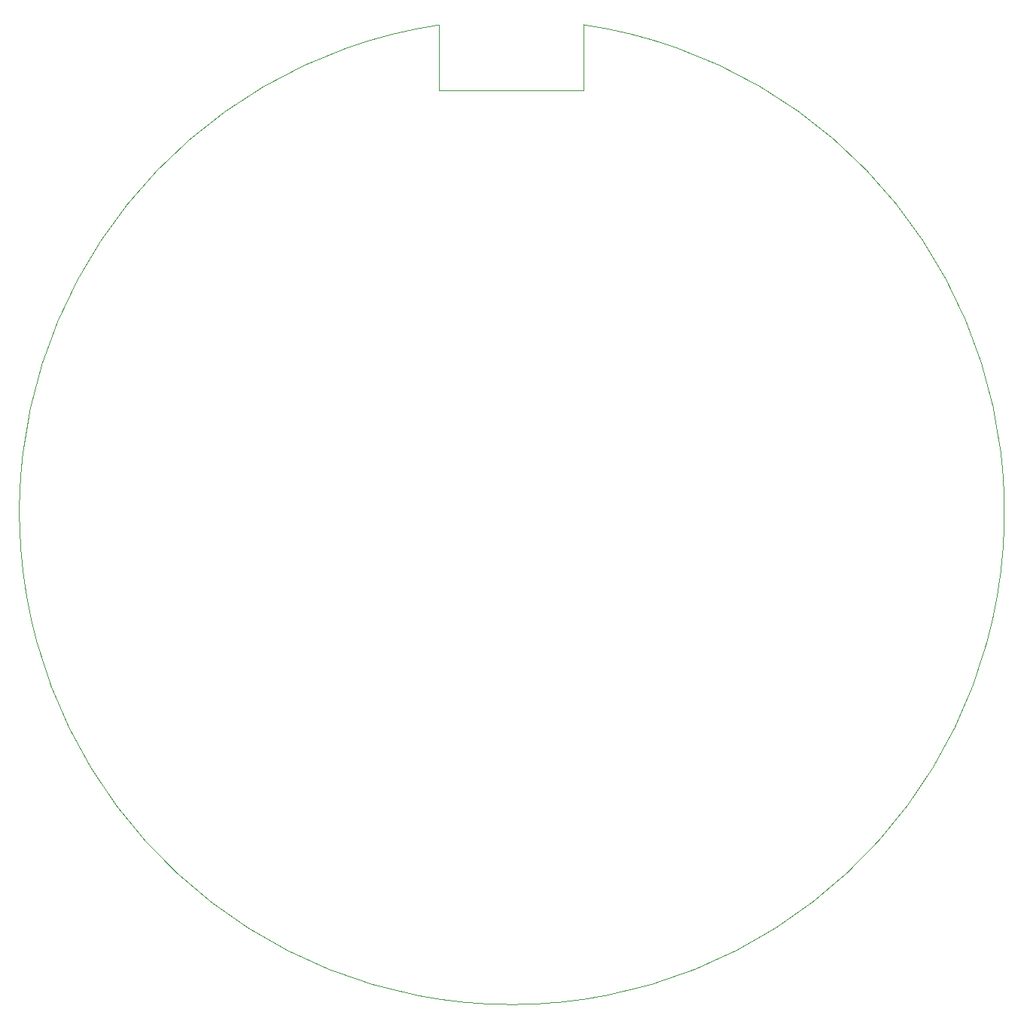
<source format=gm1>
%TF.GenerationSoftware,KiCad,Pcbnew,6.0.7-f9a2dced07~116~ubuntu20.04.1*%
%TF.CreationDate,2022-09-09T19:22:19+05:30*%
%TF.ProjectId,ESP12E_Smart_Coaster,45535031-3245-45f5-936d-6172745f436f,rev?*%
%TF.SameCoordinates,Original*%
%TF.FileFunction,Profile,NP*%
%FSLAX46Y46*%
G04 Gerber Fmt 4.6, Leading zero omitted, Abs format (unit mm)*
G04 Created by KiCad (PCBNEW 6.0.7-f9a2dced07~116~ubuntu20.04.1) date 2022-09-09 19:22:19*
%MOMM*%
%LPD*%
G01*
G04 APERTURE LIST*
%TA.AperFunction,Profile*%
%ADD10C,0.100000*%
%TD*%
G04 APERTURE END LIST*
D10*
X131826000Y-52578000D02*
X148082000Y-52578000D01*
X148082000Y-52578000D02*
X148082000Y-45212000D01*
X131827992Y-45225353D02*
G75*
G03*
X148082000Y-45212000I8172008J-54774647D01*
G01*
X131827992Y-45225353D02*
X131826000Y-52578000D01*
M02*

</source>
